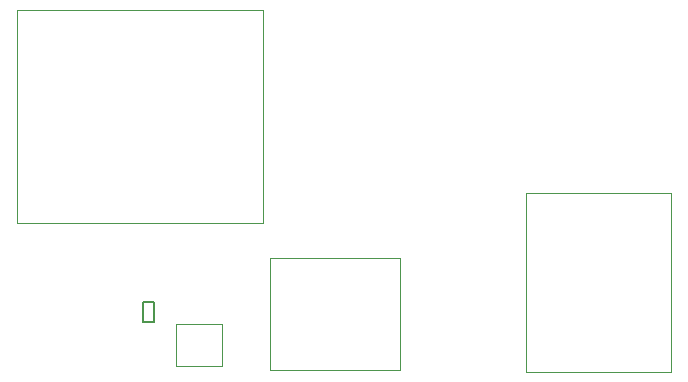
<source format=gbr>
%TF.GenerationSoftware,Altium Limited,Altium Designer,24.10.1 (45)*%
G04 Layer_Color=32896*
%FSLAX45Y45*%
%MOMM*%
%TF.SameCoordinates,B7086401-7AB7-4448-8119-44CCD126B3FB*%
%TF.FilePolarity,Positive*%
%TF.FileFunction,Other,Top_3D_Body*%
%TF.Part,Single*%
G01*
G75*
%TA.AperFunction,NonConductor*%
%ADD25C,0.20000*%
%ADD28C,0.10000*%
%ADD43C,0.05000*%
D25*
X4947100Y5737400D02*
Y5907400D01*
X4857100Y5737400D02*
X4947100D01*
X4857100D02*
Y5907400D01*
X4947100D01*
D28*
X3786000Y6572300D02*
X5871000D01*
Y8377700D01*
X3786000D02*
X5871000D01*
X3786000Y6572300D02*
Y8377700D01*
X8092400Y5309700D02*
Y6829700D01*
X9322400D01*
Y5309700D02*
Y6829700D01*
X8092400Y5309700D02*
X9322400D01*
D43*
X5521900Y5366000D02*
Y5720000D01*
X5131900D02*
X5521900D01*
X5131900Y5366000D02*
Y5720000D01*
Y5366000D02*
X5521900D01*
X5927000Y6276400D02*
X7027000D01*
X5927000Y5331400D02*
Y6276400D01*
Y5331400D02*
X7027000D01*
Y6276400D01*
%TF.MD5,bcdb470b4cc2e573fc5eafad3cbb3a00*%
M02*

</source>
